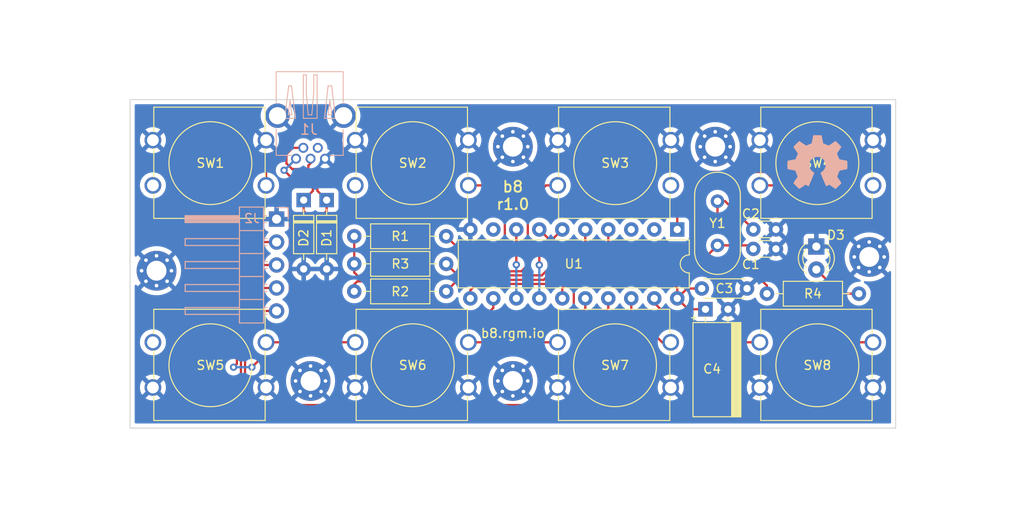
<source format=kicad_pcb>
(kicad_pcb (version 20211014) (generator pcbnew)
  (title_block (title "b8") (date "2022-10-21") (rev "1.0"))
  (layers (0 "F.Cu" signal) (31 "B.Cu" signal) (34 "B.Paste" user) (35 "F.Paste" user) (36 "B.SilkS" user "B.Silkscreen") (37 "F.SilkS" user "F.Silkscreen") (38 "B.Mask" user) (39 "F.Mask" user) (44 "Edge.Cuts" user))
  (net 0 "")
  (net 1 "GND")
  (net 2 "Net-(C1-Pad2)")
  (net 3 "Net-(C2-Pad2)")
  (net 4 "+5V")
  (net 5 "USB_PULLUP")
  (net 6 "USB_D-")
  (net 7 "USB_D+")
  (net 9 "Net-(SW5-Pad2)")
  (net 10 "Net-(SW6-Pad2)")
  (net 11 "Net-(SW7-Pad2)")
  (net 14 "Net-(D3-Pad2)")
  (net 16 "/USB_CONN_D+")
  (net 17 "/USB_CONN_D-")
  (net 18 "MISO")
  (net 19 "SCK")
  (net 20 "RESET")
  (net 21 "MOSI")
  (net 22 "Net-(SW8-Pad1)")
  (net 24 "LED")
  (net 25 "Net-(SW2-Pad4)")
  (net 26 "Net-(SW3-Pad3)")
  (net 27 "Net-(SW4-Pad3)")
  (net 32 "Net-(SW1-Pad4)")
  (footprint "custom:SW_PUSH-12mm" (layer "F.Cu") (at 109.965 90.21)
    (fp_text reference "SW5" (at 6.35 2.54) (layer "F.SilkS"))
    (fp_text value "SW_Push")
    (pad "1" thru_hole circle (at 0 0) (size 1.85 1.85) (drill 1.3) (layers *.Cu *.Mask))
    (pad "2" thru_hole circle (at 12.5 0) (size 1.85 1.85) (drill 1.3) (layers *.Cu *.Mask) (net 9 "Net-(SW5-Pad2)"))
    (pad "3" thru_hole circle (at 0 5) (size 1.85 1.85) (drill 1.3) (layers *.Cu *.Mask) (net 1 "GND"))
    (pad "4" thru_hole circle (at 12.5 5) (size 1.85 1.85) (drill 1.3) (layers *.Cu *.Mask) (net 1 "GND"))
  )
  (footprint "Resistor_THT:R_Axial_DIN0207_L6.3mm_D2.5mm_P10.16mm_Horizontal" (layer "F.Cu") (at 132.207 81.534)
    (fp_text reference "R3" (at 5.094 0.012) (layer "F.SilkS"))
    (fp_text value "68R")
    (pad "1" thru_hole circle (at 0 0) (size 1.6 1.6) (drill 0.8) (layers *.Cu *.Mask) (net 17 "/USB_CONN_D-"))
    (pad "2" thru_hole oval (at 10.16 0) (size 1.6 1.6) (drill 0.8) (layers *.Cu *.Mask) (net 6 "USB_D-"))
  )
  (footprint "custom:SW_PUSH-12mm" (layer "F.Cu") (at 177.021 67.858)
    (fp_text reference "SW4" (at 6.35 2.54) (layer "F.SilkS"))
    (fp_text value "SW_Push")
    (pad "1" thru_hole circle (at 0 0) (size 1.85 1.85) (drill 1.3) (layers *.Cu *.Mask) (net 1 "GND"))
    (pad "2" thru_hole circle (at 12.5 0) (size 1.85 1.85) (drill 1.3) (layers *.Cu *.Mask) (net 1 "GND"))
    (pad "3" thru_hole circle (at 0 5) (size 1.85 1.85) (drill 1.3) (layers *.Cu *.Mask) (net 27 "Net-(SW4-Pad3)"))
    (pad "4" thru_hole circle (at 12.5 5) (size 1.85 1.85) (drill 1.3) (layers *.Cu *.Mask))
  )
  (footprint "MountingHole:MountingHole_2.2mm_M2_Pad_Via" (layer "F.Cu") (at 149.733 68.58)
    (fp_text reference "H2" hide)
    (fp_text value "MountingHole_Pad")
    (pad "1" thru_hole circle (at -1.166726 1.166726) (size 0.7 0.7) (drill 0.4) (layers *.Cu *.Mask) (net 1 "GND"))
    (pad "1" thru_hole circle (at 0 1.65) (size 0.7 0.7) (drill 0.4) (layers *.Cu *.Mask) (net 1 "GND"))
    (pad "1" thru_hole circle (at 1.166726 -1.166726) (size 0.7 0.7) (drill 0.4) (layers *.Cu *.Mask) (net 1 "GND"))
    (pad "1" thru_hole circle (at 1.65 0) (size 0.7 0.7) (drill 0.4) (layers *.Cu *.Mask) (net 1 "GND"))
    (pad "1" thru_hole circle (at 1.166726 1.166726) (size 0.7 0.7) (drill 0.4) (layers *.Cu *.Mask) (net 1 "GND"))
    (pad "1" thru_hole circle (at 0 0) (size 4.4 4.4) (drill 2.2) (layers *.Cu *.Mask) (net 1 "GND"))
    (pad "1" thru_hole circle (at -1.65 0) (size 0.7 0.7) (drill 0.4) (layers *.Cu *.Mask) (net 1 "GND"))
    (pad "1" thru_hole circle (at 0 -1.65) (size 0.7 0.7) (drill 0.4) (layers *.Cu *.Mask) (net 1 "GND"))
    (pad "1" thru_hole circle (at -1.166726 -1.166726) (size 0.7 0.7) (drill 0.4) (layers *.Cu *.Mask) (net 1 "GND"))
  )
  (footprint "Capacitor_THT:C_Disc_D3.0mm_W1.6mm_P2.50mm" (layer "F.Cu") (at 178.796 79.883 180)
    (fp_text reference "C1" (at 2.774 -1.713 180) (layer "F.SilkS"))
    (fp_text value "22p")
    (pad "1" thru_hole circle (at 0 0 180) (size 1.6 1.6) (drill 0.8) (layers *.Cu *.Mask) (net 1 "GND"))
    (pad "2" thru_hole circle (at 2.5 0 180) (size 1.6 1.6) (drill 0.8) (layers *.Cu *.Mask) (net 2 "Net-(C1-Pad2)"))
  )
  (footprint "Diode_THT:D_DO-35_SOD27_P7.62mm_Horizontal" (layer "F.Cu") (at 129.159 74.484 -90)
    (fp_text reference "D1" (at 4.191 0 -270) (layer "F.SilkS"))
    (fp_text value "3V6")
    (pad "1" thru_hole rect (at 0 0 270) (size 1.6 1.6) (drill 0.8) (layers *.Cu *.Mask) (net 16 "/USB_CONN_D+"))
    (pad "2" thru_hole oval (at 7.62 0 270) (size 1.6 1.6) (drill 0.8) (layers *.Cu *.Mask) (net 1 "GND"))
  )
  (footprint "custom:SW_PUSH-12mm" (layer "F.Cu") (at 177.021 90.21)
    (fp_text reference "SW8" (at 6.35 2.54) (layer "F.SilkS"))
    (fp_text value "SW_Push")
    (pad "1" thru_hole circle (at 0 0) (size 1.85 1.85) (drill 1.3) (layers *.Cu *.Mask) (net 22 "Net-(SW8-Pad1)"))
    (pad "2" thru_hole circle (at 12.5 0) (size 1.85 1.85) (drill 1.3) (layers *.Cu *.Mask) (net 19 "SCK"))
    (pad "3" thru_hole circle (at 0 5) (size 1.85 1.85) (drill 1.3) (layers *.Cu *.Mask) (net 1 "GND"))
    (pad "4" thru_hole circle (at 12.5 5) (size 1.85 1.85) (drill 1.3) (layers *.Cu *.Mask) (net 1 "GND"))
  )
  (footprint "MountingHole:MountingHole_2.2mm_M2_Pad_Via" (layer "F.Cu") (at 189.103 80.772)
    (fp_text reference "H4" hide)
    (fp_text value "MountingHole_Pad")
    (pad "1" thru_hole circle (at 0 -1.65) (size 0.7 0.7) (drill 0.4) (layers *.Cu *.Mask) (net 1 "GND"))
    (pad "1" thru_hole circle (at -1.65 0) (size 0.7 0.7) (drill 0.4) (layers *.Cu *.Mask) (net 1 "GND"))
    (pad "1" thru_hole circle (at 1.166726 1.166726) (size 0.7 0.7) (drill 0.4) (layers *.Cu *.Mask) (net 1 "GND"))
    (pad "1" thru_hole circle (at 0 0) (size 4.4 4.4) (drill 2.2) (layers *.Cu *.Mask) (net 1 "GND"))
    (pad "1" thru_hole circle (at 0 1.65) (size 0.7 0.7) (drill 0.4) (layers *.Cu *.Mask) (net 1 "GND"))
    (pad "1" thru_hole circle (at -1.166726 1.166726) (size 0.7 0.7) (drill 0.4) (layers *.Cu *.Mask) (net 1 "GND"))
    (pad "1" thru_hole circle (at -1.166726 -1.166726) (size 0.7 0.7) (drill 0.4) (layers *.Cu *.Mask) (net 1 "GND"))
    (pad "1" thru_hole circle (at 1.166726 -1.166726) (size 0.7 0.7) (drill 0.4) (layers *.Cu *.Mask) (net 1 "GND"))
    (pad "1" thru_hole circle (at 1.65 0) (size 0.7 0.7) (drill 0.4) (layers *.Cu *.Mask) (net 1 "GND"))
  )
  (footprint "MountingHole:MountingHole_2.2mm_M2_Pad_Via" (layer "F.Cu") (at 127.381 94.488)
    (fp_text reference "H5" hide)
    (fp_text value "MountingHole_Pad")
    (pad "1" thru_hole circle (at 0 -1.65) (size 0.7 0.7) (drill 0.4) (layers *.Cu *.Mask) (net 1 "GND"))
    (pad "1" thru_hole circle (at -1.166726 -1.166726) (size 0.7 0.7) (drill 0.4) (layers *.Cu *.Mask) (net 1 "GND"))
    (pad "1" thru_hole circle (at 0 0) (size 4.4 4.4) (drill 2.2) (layers *.Cu *.Mask) (net 1 "GND"))
    (pad "1" thru_hole circle (at -1.65 0) (size 0.7 0.7) (drill 0.4) (layers *.Cu *.Mask) (net 1 "GND"))
    (pad "1" thru_hole circle (at -1.166726 1.166726) (size 0.7 0.7) (drill 0.4) (layers *.Cu *.Mask) (net 1 "GND"))
    (pad "1" thru_hole circle (at 1.166726 1.166726) (size 0.7 0.7) (drill 0.4) (layers *.Cu *.Mask) (net 1 "GND"))
    (pad "1" thru_hole circle (at 1.65 0) (size 0.7 0.7) (drill 0.4) (layers *.Cu *.Mask) (net 1 "GND"))
    (pad "1" thru_hole circle (at 1.166726 -1.166726) (size 0.7 0.7) (drill 0.4) (layers *.Cu *.Mask) (net 1 "GND"))
    (pad "1" thru_hole circle (at 0 1.65) (size 0.7 0.7) (drill 0.4) (layers *.Cu *.Mask) (net 1 "GND"))
  )
  (footprint "MountingHole:MountingHole_2.2mm_M2_Pad_Via" (layer "F.Cu") (at 110.363 82.296)
    (fp_text reference "H1" hide)
    (fp_text value "MountingHole_Pad")
    (pad "1" thru_hole circle (at 1.166726 -1.166726) (size 0.7 0.7) (drill 0.4) (layers *.Cu *.Mask) (net 1 "GND"))
    (pad "1" thru_hole circle (at 0 -1.65) (size 0.7 0.7) (drill 0.4) (layers *.Cu *.Mask) (net 1 "GND"))
    (pad "1" thru_hole circle (at 1.166726 1.166726) (size 0.7 0.7) (drill 0.4) (layers *.Cu *.Mask) (net 1 "GND"))
    (pad "1" thru_hole circle (at 0 1.65) (size 0.7 0.7) (drill 0.4) (layers *.Cu *.Mask) (net 1 "GND"))
    (pad "1" thru_hole circle (at -1.65 0) (size 0.7 0.7) (drill 0.4) (layers *.Cu *.Mask) (net 1 "GND"))
    (pad "1" thru_hole circle (at -1.166726 -1.166726) (size 0.7 0.7) (drill 0.4) (layers *.Cu *.Mask) (net 1 "GND"))
    (pad "1" thru_hole circle (at 0 0) (size 4.4 4.4) (drill 2.2) (layers *.Cu *.Mask) (net 1 "GND"))
    (pad "1" thru_hole circle (at 1.65 0) (size 0.7 0.7) (drill 0.4) (layers *.Cu *.Mask) (net 1 "GND"))
    (pad "1" thru_hole circle (at -1.166726 1.166726) (size 0.7 0.7) (drill 0.4) (layers *.Cu *.Mask) (net 1 "GND"))
  )
  (footprint "custom:SW_PUSH-12mm" (layer "F.Cu") (at 109.965 67.858)
    (fp_text reference "SW1" (at 6.35 2.54) (layer "F.SilkS"))
    (fp_text value "SW_Push")
    (pad "1" thru_hole circle (at 0 0) (size 1.85 1.85) (drill 1.3) (layers *.Cu *.Mask) (net 1 "GND"))
    (pad "2" thru_hole circle (at 12.5 0) (size 1.85 1.85) (drill 1.3) (layers *.Cu *.Mask) (net 1 "GND"))
    (pad "3" thru_hole circle (at 0 5) (size 1.85 1.85) (drill 1.3) (layers *.Cu *.Mask))
    (pad "4" thru_hole circle (at 12.5 5) (size 1.85 1.85) (drill 1.3) (layers *.Cu *.Mask) (net 32 "Net-(SW1-Pad4)"))
  )
  (footprint "MountingHole:MountingHole_2.2mm_M2_Pad_Via" (layer "F.Cu") (at 149.733 94.488)
    (fp_text reference "H6" hide)
    (fp_text value "MountingHole_Pad")
    (pad "1" thru_hole circle (at 1.65 0) (size 0.7 0.7) (drill 0.4) (layers *.Cu *.Mask) (net 1 "GND"))
    (pad "1" thru_hole circle (at 0 -1.65) (size 0.7 0.7) (drill 0.4) (layers *.Cu *.Mask) (net 1 "GND"))
    (pad "1" thru_hole circle (at -1.166726 1.166726) (size 0.7 0.7) (drill 0.4) (layers *.Cu *.Mask) (net 1 "GND"))
    (pad "1" thru_hole circle (at -1.166726 -1.166726) (size 0.7 0.7) (drill 0.4) (layers *.Cu *.Mask) (net 1 "GND"))
    (pad "1" thru_hole circle (at 1.166726 1.166726) (size 0.7 0.7) (drill 0.4) (layers *.Cu *.Mask) (net 1 "GND"))
    (pad "1" thru_hole circle (at 1.166726 -1.166726) (size 0.7 0.7) (drill 0.4) (layers *.Cu *.Mask) (net 1 "GND"))
    (pad "1" thru_hole circle (at -1.65 0) (size 0.7 0.7) (drill 0.4) (layers *.Cu *.Mask) (net 1 "GND"))
    (pad "1" thru_hole circle (at 0 0) (size 4.4 4.4) (drill 2.2) (layers *.Cu *.Mask) (net 1 "GND"))
    (pad "1" thru_hole circle (at 0 1.65) (size 0.7 0.7) (drill 0.4) (layers *.Cu *.Mask) (net 1 "GND"))
  )
  (footprint "MountingHole:MountingHole_2.2mm_M2_Pad_Via" (layer "F.Cu") (at 172.085 68.58)
    (fp_text reference "H3" hide)
    (fp_text value "MountingHole_Pad")
    (pad "1" thru_hole circle (at -1.65 0) (size 0.7 0.7) (drill 0.4) (layers *.Cu *.Mask) (net 1 "GND"))
    (pad "1" thru_hole circle (at 1.65 0) (size 0.7 0.7) (drill 0.4) (layers *.Cu *.Mask) (net 1 "GND"))
    (pad "1" thru_hole circle (at -1.166726 -1.166726) (size 0.7 0.7) (drill 0.4) (layers *.Cu *.Mask) (net 1 "GND"))
    (pad "1" thru_hole circle (at 1.166726 1.166726) (size 0.7 0.7) (drill 0.4) (layers *.Cu *.Mask) (net 1 "GND"))
    (pad "1" thru_hole circle (at -1.166726 1.166726) (size 0.7 0.7) (drill 0.4) (layers *.Cu *.Mask) (net 1 "GND"))
    (pad "1" thru_hole circle (at 0 1.65) (size 0.7 0.7) (drill 0.4) (layers *.Cu *.Mask) (net 1 "GND"))
    (pad "1" thru_hole circle (at 0 0) (size 4.4 4.4) (drill 2.2) (layers *.Cu *.Mask) (net 1 "GND"))
    (pad "1" thru_hole circle (at 0 -1.65) (size 0.7 0.7) (drill 0.4) (layers *.Cu *.Mask) (net 1 "GND"))
    (pad "1" thru_hole circle (at 1.166726 -1.166726) (size 0.7 0.7) (drill 0.4) (layers *.Cu *.Mask) (net 1 "GND"))
  )
  (footprint "Resistor_THT:R_Axial_DIN0207_L6.3mm_D2.5mm_P10.16mm_Horizontal" (layer "F.Cu") (at 177.8 84.836)
    (fp_text reference "R4" (at 5.08 0) (layer "F.SilkS"))
    (fp_text value "22k")
    (pad "1" thru_hole circle (at 0 0) (size 1.6 1.6) (drill 0.8) (layers *.Cu *.Mask) (net 24 "LED"))
    (pad "2" thru_hole oval (at 10.16 0) (size 1.6 1.6) (drill 0.8) (layers *.Cu *.Mask) (net 14 "Net-(D3-Pad2)"))
  )
  (footprint "custom:SW_PUSH-12mm" (layer "F.Cu") (at 154.669 90.21)
    (fp_text reference "SW7" (at 6.35 2.54) (layer "F.SilkS"))
    (fp_text value "SW_Push")
    (pad "1" thru_hole circle (at 0 0) (size 1.85 1.85) (drill 1.3) (layers *.Cu *.Mask) (net 18 "MISO"))
    (pad "2" thru_hole circle (at 12.5 0) (size 1.85 1.85) (drill 1.3) (layers *.Cu *.Mask) (net 11 "Net-(SW7-Pad2)"))
    (pad "3" thru_hole circle (at 0 5) (size 1.85 1.85) (drill 1.3) (layers *.Cu *.Mask) (net 1 "GND"))
    (pad "4" thru_hole circle (at 12.5 5) (size 1.85 1.85) (drill 1.3) (layers *.Cu *.Mask) (net 1 "GND"))
  )
  (footprint "custom:CP_Radial_D5.0mm_P2.50mm_Horizontal" (layer "F.Cu") (at 171.006888 86.55715)
    (fp_text reference "C4" (at 0.7366 6.604) (layer "F.SilkS"))
    (fp_text value "10u")
    (pad "1" thru_hole rect (at 0 0) (size 1.6 1.6) (drill 0.8) (layers *.Cu *.Mask) (net 4 "+5V"))
    (pad "2" thru_hole circle (at 2.5 0) (size 1.6 1.6) (drill 0.8) (layers *.Cu *.Mask) (net 1 "GND"))
  )
  (footprint "custom:SW_PUSH-12mm" (layer "F.Cu") (at 154.686 67.858)
    (fp_text reference "SW3" (at 6.35 2.54) (layer "F.SilkS"))
    (fp_text value "SW_Push")
    (pad "1" thru_hole circle (at 0 0) (size 1.85 1.85) (drill 1.3) (layers *.Cu *.Mask) (net 1 "GND"))
    (pad "2" thru_hole circle (at 12.5 0) (size 1.85 1.85) (drill 1.3) (layers *.Cu *.Mask) (net 1 "GND"))
    (pad "3" thru_hole circle (at 0 5) (size 1.85 1.85) (drill 1.3) (layers *.Cu *.Mask) (net 26 "Net-(SW3-Pad3)"))
    (pad "4" thru_hole circle (at 12.5 5) (size 1.85 1.85) (drill 1.3) (layers *.Cu *.Mask))
  )
  (footprint "LED_THT:LED_D3.0mm" (layer "F.Cu") (at 183.261 79.624 -90)
    (fp_text reference "D3" (at -1.265 -2.159 180) (layer "F.SilkS"))
    (fp_text value "LED")
    (pad "1" thru_hole rect (at 0 0 270) (size 1.8 1.8) (drill 0.9) (layers *.Cu *.Mask) (net 1 "GND"))
    (pad "2" thru_hole circle (at 2.54 0 270) (size 1.8 1.8) (drill 0.9) (layers *.Cu *.Mask) (net 14 "Net-(D3-Pad2)"))
  )
  (footprint "Resistor_THT:R_Axial_DIN0207_L6.3mm_D2.5mm_P10.16mm_Horizontal" (layer "F.Cu") (at 132.207 78.486)
    (fp_text reference "R1" (at 5.08 0.002) (layer "F.SilkS"))
    (fp_text value "2k2")
    (pad "1" thru_hole circle (at 0 0) (size 1.6 1.6) (drill 0.8) (layers *.Cu *.Mask) (net 17 "/USB_CONN_D-"))
    (pad "2" thru_hole oval (at 10.16 0) (size 1.6 1.6) (drill 0.8) (layers *.Cu *.Mask) (net 5 "USB_PULLUP"))
  )
  (footprint "Resistor_THT:R_Axial_DIN0207_L6.3mm_D2.5mm_P10.16mm_Horizontal" (layer "F.Cu") (at 132.207 84.582)
    (fp_text reference "R2" (at 5.08 0.026) (layer "F.SilkS"))
    (fp_text value "68R")
    (pad "1" thru_hole circle (at 0 0) (size 1.6 1.6) (drill 0.8) (layers *.Cu *.Mask) (net 16 "/USB_CONN_D+"))
    (pad "2" thru_hole oval (at 10.16 0) (size 1.6 1.6) (drill 0.8) (layers *.Cu *.Mask) (net 7 "USB_D+"))
  )
  (footprint "Capacitor_THT:C_Disc_D3.0mm_W1.6mm_P2.50mm" (layer "F.Cu") (at 178.796 77.724 180)
    (fp_text reference "C2" (at 2.774 1.716 180) (layer "F.SilkS"))
    (fp_text value "22p")
    (pad "1" thru_hole circle (at 0 0 180) (size 1.6 1.6) (drill 0.8) (layers *.Cu *.Mask) (net 1 "GND"))
    (pad "2" thru_hole circle (at 2.5 0 180) (size 1.6 1.6) (drill 0.8) (layers *.Cu *.Mask) (net 3 "Net-(C2-Pad2)"))
  )
  (footprint "Capacitor_THT:C_Disc_D4.3mm_W1.9mm_P5.00mm" (layer "F.Cu") (at 175.601 84.263 180)
    (fp_text reference "C3" (at 2.5 0) (layer "F.SilkS"))
    (fp_text value "100n")
    (pad "1" thru_hole circle (at 0 0 180) (size 1.6 1.6) (drill 0.8) (layers *.Cu *.Mask) (net 1 "GND"))
    (pad "2" thru_hole circle (at 5 0 180) (size 1.6 1.6) (drill 0.8) (layers *.Cu *.Mask) (net 4 "+5V"))
  )
  (footprint "Crystal:Crystal_HC49-U_Vertical" (layer "F.Cu") (at 172.339 74.611 -90)
    (fp_text reference "Y1" (at 2.44 0 180) (layer "F.SilkS"))
    (fp_text value "20MHz")
    (pad "1" thru_hole circle (at 0 0 270) (size 1.5 1.5) (drill 0.8) (layers *.Cu *.Mask) (net 3 "Net-(C2-Pad2)"))
    (pad "2" thru_hole circle (at 4.88 0 270) (size 1.5 1.5) (drill 0.8) (layers *.Cu *.Mask) (net 2 "Net-(C1-Pad2)"))
  )
  (footprint "custom:SW_PUSH-12mm" (layer "F.Cu") (at 132.317 67.858)
    (fp_text reference "SW2" (at 6.35 2.54) (layer "F.SilkS"))
    (fp_text value "SW_Push")
    (pad "1" thru_hole circle (at 0 0) (size 1.85 1.85) (drill 1.3) (layers *.Cu *.Mask) (net 1 "GND"))
    (pad "2" thru_hole circle (at 12.5 0) (size 1.85 1.85) (drill 1.3) (layers *.Cu *.Mask) (net 1 "GND"))
    (pad "3" thru_hole circle (at 0 5) (size 1.85 1.85) (drill 1.3) (layers *.Cu *.Mask))
    (pad "4" thru_hole circle (at 12.5 5) (size 1.85 1.85) (drill 1.3) (layers *.Cu *.Mask) (net 25 "Net-(SW2-Pad4)"))
  )
  (footprint "Diode_THT:D_DO-35_SOD27_P7.62mm_Horizontal" (layer "F.Cu") (at 126.619 74.484 -90)
    (fp_text reference "D2" (at 4.191 -0.002 -270) (layer "F.SilkS"))
    (fp_text value "3V6")
    (pad "1" thru_hole rect (at 0 0 270) (size 1.6 1.6) (drill 0.8) (layers *.Cu *.Mask) (net 17 "/USB_CONN_D-"))
    (pad "2" thru_hole oval (at 7.62 0 270) (size 1.6 1.6) (drill 0.8) (layers *.Cu *.Mask) (net 1 "GND"))
  )
  (footprint "Package_DIP:DIP-20_W7.62mm" (layer "F.Cu") (at 167.894 77.734 -90)
    (fp_text reference "U1" (at 3.8 11.43) (layer "F.SilkS"))
    (fp_text value "ATtiny2313A-P")
    (pad "1" thru_hole rect (at 0 0 270) (size 1.6 1.6) (drill 0.8) (layers *.Cu *.Mask) (net 20 "RESET"))
    (pad "2" thru_hole oval (at 0 2.54 270) (size 1.6 1.6) (drill 0.8) (layers *.Cu *.Mask))
    (pad "3" thru_hole oval (at 0 5.08 270) (size 1.6 1.6) (drill 0.8) (layers *.Cu *.Mask))
    (pad "4" thru_hole oval (at 0 7.62 270) (size 1.6 1.6) (drill 0.8) (layers *.Cu *.Mask) (net 3 "Net-(C2-Pad2)"))
    (pad "5" thru_hole oval (at 0 10.16 270) (size 1.6 1.6) (drill 0.8) (layers *.Cu *.Mask) (net 2 "Net-(C1-Pad2)"))
    (pad "6" thru_hole oval (at 0 12.7 270) (size 1.6 1.6) (drill 0.8) (layers *.Cu *.Mask) (net 7 "USB_D+"))
    (pad "7" thru_hole oval (at 0 15.24 270) (size 1.6 1.6) (drill 0.8) (layers *.Cu *.Mask) (net 6 "USB_D-"))
    (pad "8" thru_hole oval (at 0 17.78 270) (size 1.6 1.6) (drill 0.8) (layers *.Cu *.Mask) (net 5 "USB_PULLUP"))
    (pad "9" thru_hole oval (at 0 20.32 270) (size 1.6 1.6) (drill 0.8) (layers *.Cu *.Mask))
    (pad "10" thru_hole oval (at 0 22.86 270) (size 1.6 1.6) (drill 0.8) (layers *.Cu *.Mask) (net 1 "GND"))
    (pad "11" thru_hole oval (at 7.62 22.86 270) (size 1.6 1.6) (drill 0.8) (layers *.Cu *.Mask) (net 24 "LED"))
    (pad "12" thru_hole oval (at 7.62 20.32 270) (size 1.6 1.6) (drill 0.8) (layers *.Cu *.Mask) (net 32 "Net-(SW1-Pad4)"))
    (pad "13" thru_hole oval (at 7.62 17.78 270) (size 1.6 1.6) (drill 0.8) (layers *.Cu *.Mask) (net 25 "Net-(SW2-Pad4)"))
    (pad "14" thru_hole oval (at 7.62 15.24 270) (size 1.6 1.6) (drill 0.8) (layers *.Cu *.Mask) (net 26 "Net-(SW3-Pad3)"))
    (pad "15" thru_hole oval (at 7.62 12.7 270) (size 1.6 1.6) (drill 0.8) (layers *.Cu *.Mask) (net 27 "Net-(SW4-Pad3)"))
    (pad "16" thru_hole oval (at 7.62 10.16 270) (size 1.6 1.6) (drill 0.8) (layers *.Cu *.Mask) (net 9 "Net-(SW5-Pad2)"))
    (pad "17" thru_hole oval (at 7.62 7.62 270) (size 1.6 1.6) (drill 0.8) (layers *.Cu *.Mask) (net 10 "Net-(SW6-Pad2)"))
    (pad "18" thru_hole oval (at 7.62 5.08 270) (size 1.6 1.6) (drill 0.8) (layers *.Cu *.Mask) (net 11 "Net-(SW7-Pad2)"))
    (pad "19" thru_hole oval (at 7.62 2.54 270) (size 1.6 1.6) (drill 0.8) (layers *.Cu *.Mask) (net 22 "Net-(SW8-Pad1)"))
    (pad "20" thru_hole oval (at 7.62 0 270) (size 1.6 1.6) (drill 0.8) (layers *.Cu *.Mask) (net 4 "+5V"))
  )
  (footprint "custom:SW_PUSH-12mm" (layer "F.Cu") (at 132.317 90.21)
    (fp_text reference "SW6" (at 6.35 2.54) (layer "F.SilkS"))
    (fp_text value "SW_Push")
    (pad "1" thru_hole circle (at 0 0) (size 1.85 1.85) (drill 1.3) (layers *.Cu *.Mask) (net 21 "MOSI"))
    (pad "2" thru_hole circle (at 12.5 0) (size 1.85 1.85) (drill 1.3) (layers *.Cu *.Mask) (net 10 "Net-(SW6-Pad2)"))
    (pad "3" thru_hole circle (at 0 5) (size 1.85 1.85) (drill 1.3) (layers *.Cu *.Mask) (net 1 "GND"))
    (pad "4" thru_hole circle (at 12.5 5) (size 1.85 1.85) (drill 1.3) (layers *.Cu *.Mask) (net 1 "GND"))
  )
  (footprint "Symbol:OSHW-Symbol_6.7x6mm_SilkScreen" (layer "B.Cu") (at 183.388 70.293 180)
    (fp_text reference "REF**" hide)
    (fp_text value "OSHW-Symbol_6.7x6mm_SilkScreen" hide)
  )
  (footprint "Connector_PinHeader_2.54mm:PinHeader_1x05_P2.54mm_Horizontal" (layer "B.Cu") (at 123.628 76.586 180)
    (fp_text reference "J2" (at 2.724 0.07) (layer "B.SilkS") (effects (justify mirror)))
    (fp_text value "ISP Programming")
    (pad "1" thru_hole rect (at 0 0 180) (size 1.7 1.7) (drill 1) (layers *.Cu *.Mask) (net 1 "GND"))
    (pad "2" thru_hole oval (at 0 -2.54 180) (size 1.7 1.7) (drill 1) (layers *.Cu *.Mask) (net 18 "MISO"))
    (pad "3" thru_hole oval (at 0 -5.08 180) (size 1.7 1.7) (drill 1) (layers *.Cu *.Mask) (net 19 "SCK"))
    (pad "4" thru_hole oval (at 0 -7.62 180) (size 1.7 1.7) (drill 1) (layers *.Cu *.Mask) (net 20 "RESET"))
    (pad "5" thru_hole oval (at 0 -10.16 180) (size 1.7 1.7) (drill 1) (layers *.Cu *.Mask) (net 21 "MOSI"))
  )
  (footprint "custom:RND_205-00862" (layer "B.Cu") (at 125.781 69.905)
    (fp_text reference "J1" (at 2.489 -3.23) (layer "B.SilkS") (effects (font (size 1.143 1.143) (thickness 0.152)) (justify left mirror)))
    (fp_text value "USB" hide)
    (pad "1" thru_hole circle (at 0 0 90) (size 1.1 1.1) (drill 0.7) (layers *.Cu *.Mask) (net 4 "+5V"))
    (pad "2" thru_hole circle (at 0.8 -1.2 90) (size 1.1 1.1) (drill 0.7) (layers *.Cu *.Mask) (net 17 "/USB_CONN_D-"))
    (pad "3" thru_hole circle (at 1.6 0 90) (size 1.1 1.1) (drill 0.7) (layers *.Cu *.Mask) (net 16 "/USB_CONN_D+"))
    (pad "4" thru_hole circle (at 2.4 -1.2 90) (size 1.1 1.1) (drill 0.7) (layers *.Cu *.Mask))
    (pad "5" thru_hole circle (at 3.2 0 90) (size 1.1 1.1) (drill 0.7) (layers *.Cu *.Mask) (net 1 "GND"))
    (pad "6" thru_hole circle (at -2.05 -4.75 90) (size 2.7 2.7) (drill 1.9) (layers *.Cu *.Mask) (net 1 "GND"))
    (pad "6" thru_hole circle (at 5.25 -4.75 90) (size 2.7 2.7) (drill 1.9) (layers *.Cu *.Mask) (net 1 "GND"))
  )
  (gr_line (start 107.442 99.695) (end 192.024 99.695) (layer "Edge.Cuts") (width 0.1))
  (gr_line (start 192.024 63.373) (end 107.442 63.373) (layer "Edge.Cuts") (width 0.1))
  (gr_line (start 107.442 63.373) (end 107.442 99.695) (layer "Edge.Cuts") (width 0.1))
  (gr_line (start 192.024 99.695) (end 192.024 63.373) (layer "Edge.Cuts") (width 0.1))
  (gr_text "b8.rgm.io" (at 149.733 89.216) (layer "F.SilkS") (effects (font (size 1 1))))
  (gr_text "b8\nr1.0" (at 149.733 73.976) (layer "F.SilkS") (effects (font (size 1.2 1.2) (thickness 0.2))))
  (segment (start 171.058 80.772) (end 172.339 79.491) (width 0.25) (layer "F.Cu") (net 2))
  (segment (start 159.512 80.772) (end 171.058 80.772) (width 0.25) (layer "F.Cu") (net 2))
  (segment (start 157.734 78.994) (end 159.512 80.772) (width 0.25) (layer "F.Cu") (net 2))
  (segment (start 157.734 77.734) (end 157.734 78.994) (width 0.25) (layer "F.Cu") (net 2))
  (segment (start 172.339 79.491) (end 175.904 79.491) (width 0.25) (layer "F.Cu") (net 2))
  (segment (start 175.904 79.491) (end 176.296 79.883) (width 0.25) (layer "F.Cu") (net 2))
  (segment (start 172.339 76.897) (end 169.353 79.883) (width 0.25) (layer "F.Cu") (net 3))
  (segment (start 169.353 79.883) (end 161.163 79.883) (width 0.25) (layer "F.Cu") (net 3))
  (segment (start 172.339 74.611) (end 173.183 74.611) (width 0.25) (layer "F.Cu") (net 3))
  (segment (start 172.339 74.611) (end 172.339 76.897) (width 0.25) (layer "F.Cu") (net 3))
  (segment (start 160.274 78.994) (end 160.274 77.734) (width 0.25) (layer "F.Cu") (net 3))
  (segment (start 161.163 79.883) (end 160.274 78.994) (width 0.25) (layer "F.Cu") (net 3))
  (segment (start 173.183 74.611) (end 176.296 77.724) (width 0.25) (layer "F.Cu") (net 3))
  (segment (start 155.459 87.492) (end 156.464 86.487) (width 0.25) (layer "F.Cu") (net 4))
  (segment (start 156.464 86.487) (end 156.464 84.201) (width 0.25) (layer "F.Cu") (net 4))
  (segment (start 125.095 71.825598) (end 125.095 86.041) (width 0.25) (layer "F.Cu") (net 4))
  (segment (start 167.894 84.201) (end 167.894 85.354) (width 0.25) (layer "F.Cu") (net 4))
  (segment (start 170.601 84.263) (end 168.985 84.263) (width 0.25) (layer "F.Cu") (net 4))
  (segment (start 169.09715 86.55715) (end 167.894 85.354) (width 0.25) (layer "F.Cu") (net 4))
  (segment (start 171.006888 86.55715) (end 169.09715 86.55715) (width 0.25) (layer "F.Cu") (net 4))
  (segment (start 124.455701 71.186299) (end 125.095 71.825598) (width 0.25) (layer "F.Cu") (net 4))
  (segment (start 168.985 84.263) (end 167.894 85.354) (width 0.25) (layer "F.Cu") (net 4))
  (segment (start 125.095 86.041) (end 126.546 87.492) (width 0.25) (layer "F.Cu") (net 4))
  (segment (start 156.464 84.201) (end 157.411 83.254) (width 0.25) (layer "F.Cu") (net 4))
  (segment (start 166.947 83.254) (end 167.894 84.201) (width 0.25) (layer "F.Cu") (net 4))
  (segment (start 157.411 83.254) (end 166.947 83.254) (width 0.25) (layer "F.Cu") (net 4))
  (segment (start 126.546 87.492) (end 155.459 87.492) (width 0.25) (layer "F.Cu") (net 4))
  (via (at 124.455701 71.186299) (size 0.8) (drill 0.4) (layers "F.Cu" "B.Cu") (net 4))
  (segment (start 124.455701 71.186299) (end 124.499701 71.186299) (width 0.25) (layer "B.Cu") (net 4))
  (segment (start 124.499701 71.186299) (end 125.781 69.905) (width 0.25) (layer "B.Cu") (net 4))
  (segment (start 146.239 82.358) (end 142.367 78.486) (width 0.25) (layer "F.Cu") (net 5))
  (segment (start 151.384 81.661) (end 150.687 82.358) (width 0.25) (layer "F.Cu") (net 5))
  (segment (start 150.687 82.358) (end 146.239 82.358) (width 0.25) (layer "F.Cu") (net 5))
  (segment (start 151.384 80.264) (end 151.384 81.661) (width 0.25) (layer "F.Cu") (net 5))
  (segment (start 150.114 77.734) (end 150.114 78.994) (width 0.25) (layer "F.Cu") (net 5))
  (segment (start 150.114 78.994) (end 151.384 80.264) (width 0.25) (layer "F.Cu") (net 5))
  (segment (start 152.654 77.734) (end 153.674 78.754) (width 0.25) (layer "F.Cu") (net 6))
  (segment (start 153.674 82.065446) (end 152.931446 82.808) (width 0.25) (layer "F.Cu") (net 6))
  (segment (start 153.674 78.754) (end 153.674 82.065446) (width 0.25) (layer "F.Cu") (net 6))
  (segment (start 143.641 82.808) (end 142.367 81.534) (width 0.25) (layer "F.Cu") (net 6))
  (segment (start 152.931446 82.808) (end 143.641 82.808) (width 0.25) (layer "F.Cu") (net 6))
  (segment (start 155.194 77.734) (end 154.174 78.754) (width 0.25) (layer "F.Cu") (net 7))
  (segment (start 143.641 83.308) (end 142.367 84.582) (width 0.25) (layer "F.Cu") (net 7))
  (segment (start 154.174 82.272554) (end 153.138554 83.308) (width 0.25) (layer "F.Cu") (net 7))
  (segment (start 154.174 78.754) (end 154.174 82.272554) (width 0.25) (layer "F.Cu") (net 7))
  (segment (start 153.138554 83.308) (end 143.641 83.308) (width 0.25) (layer "F.Cu") (net 7))
  (segment (start 124.226604 90.21) (end 122.465 90.21) (width 0.25) (layer "F.Cu") (net 9))
  (segment (start 157.734 86.487) (end 156.279 87.942) (width 0.25) (layer "F.Cu") (net 9))
  (segment (start 126.494604 87.942) (end 124.226604 90.21) (width 0.25) (layer "F.Cu") (net 9))
  (segment (start 157.734 85.354) (end 157.734 86.487) (width 0.25) (layer "F.Cu") (net 9))
  (segment (start 156.279 87.942) (end 126.494604 87.942) (width 0.25) (layer "F.Cu") (net 9))
  (segment (start 148.844 88.392) (end 147.026 90.21) (width 0.25) (layer "F.Cu") (net 10))
  (segment (start 160.274 85.354) (end 160.274 86.487) (width 0.25) (layer "F.Cu") (net 10))
  (segment (start 160.274 86.487) (end 158.369 88.392) (width 0.25) (layer "F.Cu") (net 10))
  (segment (start 158.369 88.392) (end 148.844 88.392) (width 0.25) (layer "F.Cu") (net 10))
  (segment (start 147.026 90.21) (end 144.817 90.21) (width 0.25) (layer "F.Cu") (net 10))
  (segment (start 167.169 90.21) (end 166.221 90.21) (width 0.25) (layer "F.Cu") (net 11))
  (segment (start 162.814 86.803) (end 162.814 85.354) (width 0.25) (layer "F.Cu") (net 11))
  (segment (start 166.221 90.21) (end 162.814 86.803) (width 0.25) (layer "F.Cu") (net 11))
  (segment (start 187.96 84.836) (end 185.933 84.836) (width 0.25) (layer "F.Cu") (net 14))
  (segment (start 185.933 84.836) (end 183.261 82.164) (width 0.25) (layer "F.Cu") (net 14))
  (segment (start 128.139 76.920446) (end 128.139 76.704001) (width 0.25) (layer "F.Cu") (net 16))
  (segment (start 135.38213 83.473424) (end 136.521 82.334554) (width 0.25) (layer "F.Cu") (net 16))
  (segment (start 127.137162 70.663838) (end 127.381 70.42) (width 0.25) (layer "F.Cu") (net 16))
  (segment (start 127.137162 71.981608) (end 127.137162 70.663838) (width 0.25) (layer "F.Cu") (net 16))
  (segment (start 129.159 74.484) (end 128.139 73.464) (width 0.25) (layer "F.Cu") (net 16))
  (segment (start 129.159 75.684001) (end 129.159 74.484) (width 0.25) (layer "F.Cu") (net 16))
  (segment (start 132.207 84.582) (end 132.207 83.809057) (width 0.25) (layer "F.Cu") (net 16))
  (segment (start 128.139 72.983446) (end 127.137162 71.981608) (width 0.25) (layer "F.Cu") (net 16))
  (segment (start 132.207 83.809057) (end 132.542633 83.473424) (width 0.25) (layer "F.Cu") (net 16))
  (segment (start 134.088554 76.139) (end 131.087446 76.139) (width 0.25) (layer "F.Cu") (net 16))
  (segment (start 128.139 76.704001) (end 129.159 75.684001) (width 0.25) (layer "F.Cu") (net 16))
  (segment (start 136.521 78.571446) (end 134.088554 76.139) (width 0.25) (layer "F.Cu") (net 16))
  (segment (start 129.690446 77.536) (end 128.754554 77.536) (width 0.25) (layer "F.Cu") (net 16))
  (segment (start 128.139 73.464) (end 128.139 72.983446) (width 0.25) (layer "F.Cu") (net 16))
  (segment (start 128.754554 77.536) (end 128.139 76.920446) (width 0.25) (layer "F.Cu") (net 16))
  (segment (start 132.542633 83.473424) (end 135.38213 83.473424) (width 0.25) (layer "F.Cu") (net 16))
  (segment (start 136.521 82.334554) (end 136.521 78.571446) (width 0.25) (layer "F.Cu") (net 16))
  (segment (start 131.087446 76.139) (end 129.690446 77.536) (width 0.25) (layer "F.Cu") (net 16))
  (segment (start 127.381 70.42) (end 127.381 69.905) (width 0.25) (layer "F.Cu") (net 16))
  (segment (start 132.207 82.485) (end 132.695424 82.973424) (width 0.25) (layer "F.Cu") (net 17))
  (segment (start 125.413 68.705) (end 126.581 68.705) (width 0.25) (layer "F.Cu") (net 17))
  (segment (start 132.695424 82.973424) (end 135.175022 82.973424) (width 0.25) (layer "F.Cu") (net 17))
  (segment (start 125.349 71.055) (end 124.714 70.42) (width 0.25) (layer "F.Cu") (net 17))
  (segment (start 127.639 73.190554) (end 126.637162 72.188716) (width 0.25) (layer "F.Cu") (net 17))
  (segment (start 126.111 71.055) (end 125.349 71.055) (width 0.25) (layer "F.Cu") (net 17))
  (segment (start 124.714 69.404) (end 125.413 68.705) (width 0.25) (layer "F.Cu") (net 17))
  (segment (start 126.637162 71.567526) (end 126.623526 71.567526) (width 0.25) (layer "F.Cu") (net 17))
  (segment (start 128.547446 78.036) (end 127.639 77.127554) (width 0.25) (layer "F.Cu") (net 17))
  (segment (start 127.639 73.464) (end 127.639 73.190554) (width 0.25) (layer "F.Cu") (net 17))
  (segment (start 126.619 74.484) (end 127.639 73.464) (width 0.25) (layer "F.Cu") (net 17))
  (segment (start 131.294554 76.639) (end 129.897554 78.036) (width 0.25) (layer "F.Cu") (net 17))
  (segment (start 126.623526 71.567526) (end 126.111 71.055) (width 0.25) (layer "F.Cu") (net 17))
  (segment (start 129.897554 78.036) (end 128.547446 78.036) (width 0.25) (layer "F.Cu") (net 17))
  (segment (start 127.639 77.127554) (end 127.639 76.704001) (width 0.25) (layer "F.Cu") (net 17))
  (segment (start 126.637162 72.188716) (end 126.637162 71.567526) (width 0.25) (layer "F.Cu") (net 17))
  (segment (start 136.021 82.127446) (end 136.021 78.778554) (width 0.25) (layer "F.Cu") (net 17))
  (segment (start 135.175022 82.973424) (end 136.021 82.127446) (width 0.25) (layer "F.Cu") (net 17))
  (segment (start 133.881446 76.639) (end 131.294554 76.639) (width 0.25) (layer "F.Cu") (net 17))
  (segment (start 136.021 78.778554) (end 133.881446 76.639) (width 0.25) (layer "F.Cu") (net 17))
  (segment (start 124.714 70.42) (end 124.714 69.404) (width 0.25) (layer "F.Cu") (net 17))
  (segment (start 127.639 76.704001) (end 126.619 75.684001) (width 0.25) (layer "F.Cu") (net 17))
  (segment (start 126.619 75.684001) (end 126.619 74.484) (width 0.25) (layer "F.Cu") (net 17))
  (segment (start 132.207 81.534) (end 132.207 82.485) (width 0.25) (layer "F.Cu") (net 17))
  (segment (start 132.207 81.534) (end 132.207 78.486) (width 0.25) (layer "F.Cu") (net 17))
  (segment (start 131.209 92.71) (end 129.159 90.66) (width 0.25) (layer "F.Cu") (net 18))
  (segment (start 123.438396 92.271) (end 121.597 92.271) (width 0.25) (layer "F.Cu") (net 18))
  (segment (start 119.242 92.594) (end 119.242 81.099) (width 0.25) (layer "F.Cu") (net 18))
  (segment (start 148.55 90.21) (end 146.05 92.71) (width 0.25) (layer "F.Cu") (net 18))
  (segment (start 119.242 81.099) (end 121.215 79.126) (width 0.25) (layer "F.Cu") (net 18))
  (segment (start 154.669 90.21) (end 148.55 90.21) (width 0.25) (layer "F.Cu") (net 18))
  (segment (start 118.872 92.964) (end 119.242 92.594) (width 0.25) (layer "F.Cu") (net 18))
  (segment (start 146.05 92.71) (end 131.209 92.71) (width 0.25) (layer "F.Cu") (net 18))
  (segment (start 125.049396 90.66) (end 123.438396 92.271) (width 0.25) (layer "F.Cu") (net 18))
  (segment (start 121.597 92.271) (end 120.904 92.964) (width 0.25) (layer "F.Cu") (net 18))
  (segment (start 129.159 90.66) (end 125.049396 90.66) (width 0.25) (layer "F.Cu") (net 18))
  (segment (start 121.215 79.126) (end 123.628 79.126) (width 0.25) (layer "F.Cu") (net 18))
  (via (at 120.904 92.964) (size 0.8) (drill 0.4) (layers "F.Cu" "B.Cu") (net 18))
  (via (at 118.872 92.964) (size 0.8) (drill 0.4) (layers "F.Cu" "B.Cu") (net 18))
  (segment (start 118.872 92.964) (end 120.904 92.964) (width 0.25) (layer "B.Cu") (net 18))
  (segment (start 121.479604 97.605) (end 119.692 95.817396) (width 0.25) (layer "F.Cu") (net 19))
  (segment (start 185.126 90.21) (end 179.52 95.816) (width 0.25) (layer "F.Cu") (net 19))
  (segment (start 177.732396 97.605) (end 121.479604 97.605) (width 0.25) (layer "F.Cu") (net 19))
  (segment (start 179.52 95.816) (end 179.52 95.817396) (width 0.25) (layer "F.Cu") (net 19))
  (segment (start 121.215 81.666) (end 123.628 81.666) (width 0.25) (layer "F.Cu") (net 19))
  (segment (start 189.521 90.21) (end 185.126 90.21) (width 0.25) (layer "F.Cu") (net 19))
  (segment (start 119.692 95.817396) (end 119.692 83.189) (width 0.25) (layer "F.Cu") (net 19))
  (segment (start 119.692 83.189) (end 121.215 81.666) (width 0.25) (layer "F.Cu") (net 19))
  (segment (start 179.52 95.817396) (end 177.732396 97.605) (width 0.25) (layer "F.Cu") (net 19))
  (segment (start 120.142 95.631) (end 121.666 97.155) (width 0.25) (layer "F.Cu") (net 20))
  (segment (start 123.628 84.206) (end 121.28 84.206) (width 0.25) (layer "F.Cu") (net 20))
  (segment (start 181.356 75.055604) (end 177.674396 71.374) (width 0.25) (layer "F.Cu") (net 20))
  (segment (start 121.666 97.155) (end 177.546 97.155) (width 0.25) (layer "F.Cu") (net 20))
  (segment (start 177.674396 71.374) (end 171.45 71.374) (width 0.25) (layer "F.Cu") (net 20))
  (segment (start 121.28 84.206) (end 120.142 85.344) (width 0.25) (layer "F.Cu") (net 20))
  (segment (start 171.45 71.374) (end 167.894 74.93) (width 0.25) (layer "F.Cu") (net 20))
  (segment (start 167.894 74.93) (end 167.894 77.734) (width 0.25) (layer "F.Cu") (net 20))
  (segment (start 120.142 85.344) (end 120.142 95.631) (width 0.25) (layer "F.Cu") (net 20))
  (segment (start 181.356 93.343604) (end 181.356 75.055604) (width 0.25) (layer "F.Cu") (net 20))
  (segment (start 179.07 95.629604) (end 181.356 93.343604) (width 0.25) (layer "F.Cu") (net 20))
  (segment (start 179.07 95.631) (end 179.07 95.629604) (width 0.25) (layer "F.Cu") (net 20))
  (segment (start 177.546 97.155) (end 179.07 95.631) (width 0.25) (layer "F.Cu") (net 20))
  (segment (start 121.788 86.746) (end 123.628 86.746) (width 0.25) (layer "F.Cu") (net 21))
  (segment (start 120.592 90.747) (end 120.592 87.942) (width 0.25) (layer "F.Cu") (net 21))
  (segment (start 120.592 87.942) (end 121.788 86.746) (width 0.25) (layer "F.Cu") (net 21))
  (segment (start 132.317 90.21) (end 124.863 90.21) (width 0.25) (layer "F.Cu") (net 21))
  (segment (start 121.666 91.821) (end 120.592 90.747) (width 0.25) (layer "F.Cu") (net 21))
  (segment (start 123.252 91.821) (end 121.666 91.821) (width 0.25) (layer "F.Cu") (net 21))
  (segment (start 124.863 90.21) (end 123.252 91.821) (width 0.25) (layer "F.Cu") (net 21))
  (segment (start 169.712 90.21) (end 177.021 90.21) (width 0.25) (layer "F.Cu") (net 22))
  (segment (start 165.354 85.354) (end 165.354 85.852) (width 0.25) (layer "F.Cu") (net 22))
  (segment (start 165.354 85.852) (end 169.712 90.21) (width 0.25) (layer "F.Cu") (net 22))
  (segment (start 153.32495 83.758) (end 154.72895 82.354) (width 0.25) (layer "F.Cu") (net 24))
  (segment (start 145.034 85.354) (end 145.034 84.455) (width 0.25) (layer "F.Cu") (net 24))
  (segment (start 154.72895 82.354) (end 176.207 82.354) (width 0.25) (layer "F.Cu") (net 24))
  (segment (start 145.034 84.455) (end 145.731 83.758) (width 0.25) (layer "F.Cu") (net 24))
  (segment (start 177.8 83.947) (end 177.8 84.836) (width 0.25) (layer "F.Cu") (net 24))
  (segment (start 145.731 83.758) (end 153.32495 83.758) (width 0.25) (layer "F.Cu") (net 24))
  (segment (start 176.207 82.354) (end 177.8 83.947) (width 0.25) (layer "F.Cu") (net 24))
  (segment (start 146.837 72.858) (end 144.817 72.858) (width 0.25) (layer "F.Cu") (net 25))
  (segment (start 150.114 81.6335) (end 150.114 80.391) (width 0.25) (layer "F.Cu") (net 25))
  (segment (start 148.844 74.865) (end 146.837 72.858) (width 0.25) (layer "F.Cu") (net 25))
  (segment (start 150.114 80.391) (end 148.844 79.121) (width 0.25) (layer "F.Cu") (net 25))
  (segment (start 148.844 79.121) (end 148.844 74.865) (width 0.25) (layer "F.Cu") (net 25))
  (via (at 150.114 81.6335) (size 0.8) (drill 0.4) (layers "F.Cu" "B.Cu") (net 25))
  (segment (start 150.114 81.6335) (end 150.114 85.354) (width 0.25) (layer "B.Cu") (net 25))
  (segment (start 151.384 78.486) (end 151.384 74.865) (width 0.25) (layer "F.Cu") (net 26))
  (segment (start 153.391 72.858) (end 154.686 72.858) (width 0.25) (layer "F.Cu") (net 26))
  (segment (start 152.654 79.756) (end 151.384 78.486) (width 0.25) (layer "F.Cu") (net 26))
  (segment (start 151.384 74.865) (end 153.391 72.858) (width 0.25) (layer "F.Cu") (net 26))
  (segment (start 152.654 81.661) (end 152.654 79.756) (width 0.25) (layer "F.Cu") (net 26))
  (via (at 152.654 81.661) (size 0.8) (drill 0.4) (layers "F.Cu" "B.Cu") (net 26))
  (segment (start 152.654 81.661) (end 152.654 85.354) (width 0.25) (layer "B.Cu") (net 26))
  (segment (start 155.194 85.354) (end 155.194 84.201) (width 0.25) (layer "F.Cu") (net 27))
  (segment (start 179.451 86.614) (end 180.906 85.159) (width 0.25) (layer "F.Cu") (net 27))
  (segment (start 178.522 72.858) (end 177.021 72.858) (width 0.25) (layer "F.Cu") (net 27))
  (segment (start 171.958 82.804) (end 175.768 86.614) (width 0.25) (layer "F.Cu") (net 27))
  (segment (start 155.194 84.201) (end 156.591 82.804) (width 0.25) (layer "F.Cu") (net 27))
  (segment (start 175.768 86.614) (end 179.451 86.614) (width 0.25) (layer "F.Cu") (net 27))
  (segment (start 180.906 85.159) (end 180.906 75.242) (width 0.25) (layer "F.Cu") (net 27))
  (segment (start 180.906 75.242) (end 178.522 72.858) (width 0.25) (layer "F.Cu") (net 27))
  (segment (start 156.591 82.804) (end 171.958 82.804) (width 0.25) (layer "F.Cu") (net 27))
  (segment (start 140.128 87.042) (end 146.939 87.042) (width 0.25) (layer "F.Cu") (net 32))
  (segment (start 122.465 70.637) (end 126.111 66.991) (width 0.25) (layer "F.Cu") (net 32))
  (segment (start 139.065 77.216) (end 139.065 85.979) (width 0.25) (layer "F.Cu") (net 32))
  (segment (start 122.465 72.858) (end 122.465 70.637) (width 0.25) (layer "F.Cu") (net 32))
  (segment (start 139.065 85.979) (end 140.128 87.042) (width 0.25) (layer "F.Cu") (net 32))
  (segment (start 146.939 87.042) (end 147.574 86.407) (width 0.25) (layer "F.Cu") (net 32))
  (segment (start 126.111 66.991) (end 128.84 66.991) (width 0.25) (layer "F.Cu") (net 32))
  (segment (start 147.574 86.407) (end 147.574 85.354) (width 0.25) (layer "F.Cu") (net 32))
  (segment (start 128.84 66.991) (end 139.065 77.216) (width 0.25) (layer "F.Cu") (net 32))
  (zone (net 1) (net_name "GND") (layer "B.Cu") (connect_pads (clearance 0.508)) (min_thickness 0.254) (fill yes (thermal_gap 0.508) (thermal_bridge_width 0.508))
    (polygon (pts (xy 192.024 99.695) (xy 107.442 99.695) (xy 107.442 63.373) (xy 192.024 63.373)))
  )
)
</source>
